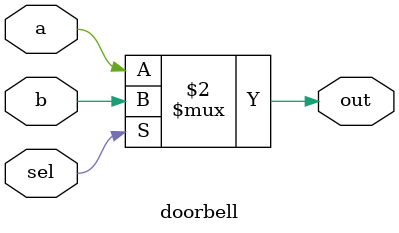
<source format=v>

`timescale 1ns / 100ps

module doorbell(input a,
input b,
input sel,
output out
);

wire out;

assign #5 out = 
(sel==0) ? a:
b;
             
      
endmodule

</source>
